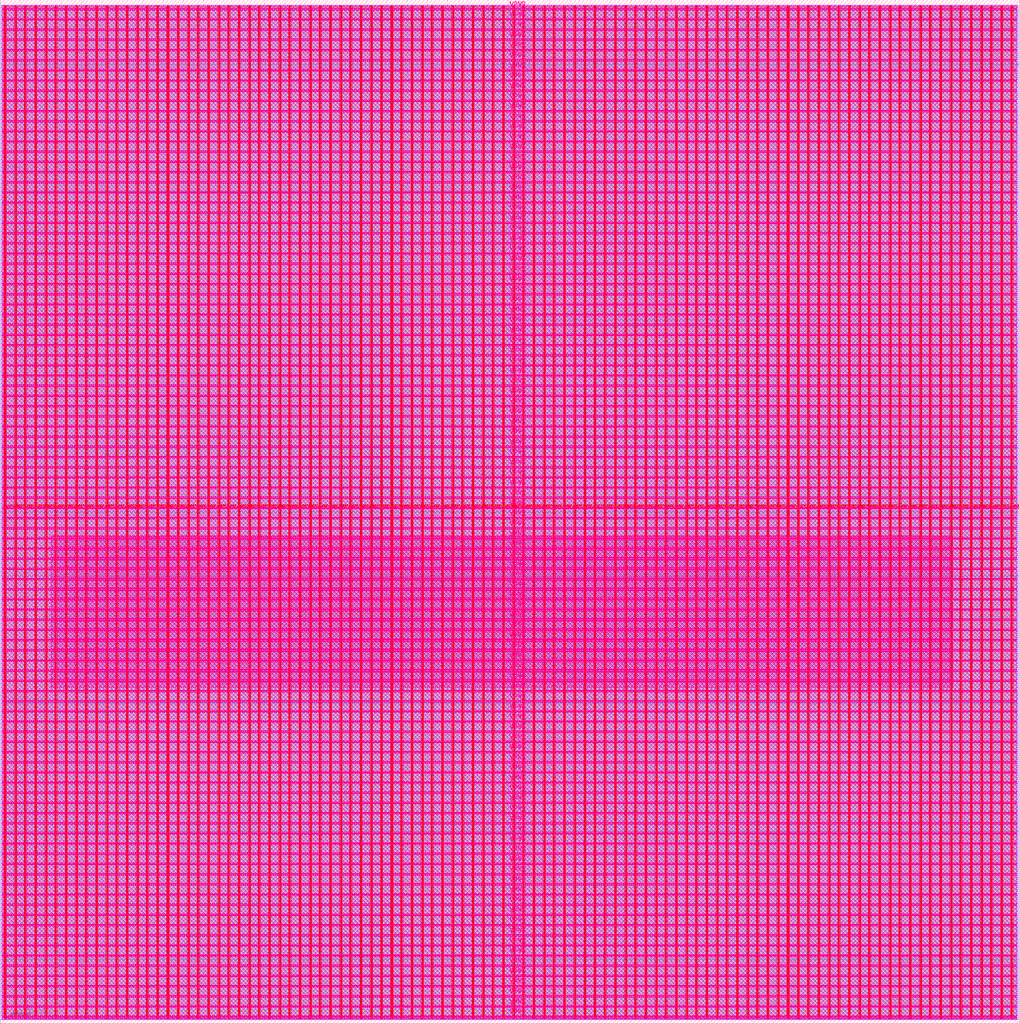
<source format=lef>
VERSION 5.7 ;
  NOWIREEXTENSIONATPIN ON ;
  DIVIDERCHAR "/" ;
  BUSBITCHARS "[]" ;
MACRO cpu
  CLASS BLOCK ;
  FOREIGN cpu ;
  ORIGIN 0.000 0.000 ;
  SIZE 2504.975 BY 2515.695 ;
  PIN VGND
    DIRECTION INOUT ;
    USE GROUND ;
    PORT
      LAYER met4 ;
        RECT 13.020 10.640 14.620 2502.640 ;
    END
    PORT
      LAYER met4 ;
        RECT 38.020 10.640 39.620 2502.640 ;
    END
    PORT
      LAYER met4 ;
        RECT 63.020 10.640 64.620 2502.640 ;
    END
    PORT
      LAYER met4 ;
        RECT 88.020 10.640 89.620 2502.640 ;
    END
    PORT
      LAYER met4 ;
        RECT 113.020 10.640 114.620 2502.640 ;
    END
    PORT
      LAYER met4 ;
        RECT 138.020 10.640 139.620 2502.640 ;
    END
    PORT
      LAYER met4 ;
        RECT 163.020 10.640 164.620 2502.640 ;
    END
    PORT
      LAYER met4 ;
        RECT 188.020 10.640 189.620 2502.640 ;
    END
    PORT
      LAYER met4 ;
        RECT 213.020 10.640 214.620 2502.640 ;
    END
    PORT
      LAYER met4 ;
        RECT 238.020 10.640 239.620 2502.640 ;
    END
    PORT
      LAYER met4 ;
        RECT 263.020 10.640 264.620 2502.640 ;
    END
    PORT
      LAYER met4 ;
        RECT 288.020 10.640 289.620 2502.640 ;
    END
    PORT
      LAYER met4 ;
        RECT 313.020 10.640 314.620 2502.640 ;
    END
    PORT
      LAYER met4 ;
        RECT 338.020 10.640 339.620 2502.640 ;
    END
    PORT
      LAYER met4 ;
        RECT 363.020 10.640 364.620 2502.640 ;
    END
    PORT
      LAYER met4 ;
        RECT 388.020 10.640 389.620 2502.640 ;
    END
    PORT
      LAYER met4 ;
        RECT 413.020 10.640 414.620 2502.640 ;
    END
    PORT
      LAYER met4 ;
        RECT 438.020 10.640 439.620 2502.640 ;
    END
    PORT
      LAYER met4 ;
        RECT 463.020 10.640 464.620 2502.640 ;
    END
    PORT
      LAYER met4 ;
        RECT 488.020 10.640 489.620 2502.640 ;
    END
    PORT
      LAYER met4 ;
        RECT 513.020 10.640 514.620 2502.640 ;
    END
    PORT
      LAYER met4 ;
        RECT 538.020 10.640 539.620 2502.640 ;
    END
    PORT
      LAYER met4 ;
        RECT 563.020 10.640 564.620 2502.640 ;
    END
    PORT
      LAYER met4 ;
        RECT 588.020 10.640 589.620 2502.640 ;
    END
    PORT
      LAYER met4 ;
        RECT 613.020 10.640 614.620 2502.640 ;
    END
    PORT
      LAYER met4 ;
        RECT 638.020 10.640 639.620 2502.640 ;
    END
    PORT
      LAYER met4 ;
        RECT 663.020 10.640 664.620 2502.640 ;
    END
    PORT
      LAYER met4 ;
        RECT 688.020 10.640 689.620 2502.640 ;
    END
    PORT
      LAYER met4 ;
        RECT 713.020 10.640 714.620 2502.640 ;
    END
    PORT
      LAYER met4 ;
        RECT 738.020 10.640 739.620 2502.640 ;
    END
    PORT
      LAYER met4 ;
        RECT 763.020 10.640 764.620 2502.640 ;
    END
    PORT
      LAYER met4 ;
        RECT 788.020 10.640 789.620 2502.640 ;
    END
    PORT
      LAYER met4 ;
        RECT 813.020 10.640 814.620 2502.640 ;
    END
    PORT
      LAYER met4 ;
        RECT 838.020 10.640 839.620 2502.640 ;
    END
    PORT
      LAYER met4 ;
        RECT 863.020 10.640 864.620 2502.640 ;
    END
    PORT
      LAYER met4 ;
        RECT 888.020 10.640 889.620 2502.640 ;
    END
    PORT
      LAYER met4 ;
        RECT 913.020 10.640 914.620 2502.640 ;
    END
    PORT
      LAYER met4 ;
        RECT 938.020 10.640 939.620 2502.640 ;
    END
    PORT
      LAYER met4 ;
        RECT 963.020 10.640 964.620 2502.640 ;
    END
    PORT
      LAYER met4 ;
        RECT 988.020 10.640 989.620 2502.640 ;
    END
    PORT
      LAYER met4 ;
        RECT 1013.020 10.640 1014.620 2502.640 ;
    END
    PORT
      LAYER met4 ;
        RECT 1038.020 10.640 1039.620 2502.640 ;
    END
    PORT
      LAYER met4 ;
        RECT 1063.020 10.640 1064.620 2502.640 ;
    END
    PORT
      LAYER met4 ;
        RECT 1088.020 10.640 1089.620 2502.640 ;
    END
    PORT
      LAYER met4 ;
        RECT 1113.020 10.640 1114.620 2502.640 ;
    END
    PORT
      LAYER met4 ;
        RECT 1138.020 10.640 1139.620 2502.640 ;
    END
    PORT
      LAYER met4 ;
        RECT 1163.020 10.640 1164.620 2502.640 ;
    END
    PORT
      LAYER met4 ;
        RECT 1188.020 10.640 1189.620 2502.640 ;
    END
    PORT
      LAYER met4 ;
        RECT 1213.020 10.640 1214.620 2502.640 ;
    END
    PORT
      LAYER met4 ;
        RECT 1238.020 10.640 1239.620 2502.640 ;
    END
    PORT
      LAYER met4 ;
        RECT 1263.020 10.640 1264.620 2502.640 ;
    END
    PORT
      LAYER met4 ;
        RECT 1288.020 10.640 1289.620 2502.640 ;
    END
    PORT
      LAYER met4 ;
        RECT 1313.020 10.640 1314.620 2502.640 ;
    END
    PORT
      LAYER met4 ;
        RECT 1338.020 10.640 1339.620 2502.640 ;
    END
    PORT
      LAYER met4 ;
        RECT 1363.020 10.640 1364.620 2502.640 ;
    END
    PORT
      LAYER met4 ;
        RECT 1388.020 10.640 1389.620 2502.640 ;
    END
    PORT
      LAYER met4 ;
        RECT 1413.020 10.640 1414.620 2502.640 ;
    END
    PORT
      LAYER met4 ;
        RECT 1438.020 10.640 1439.620 2502.640 ;
    END
    PORT
      LAYER met4 ;
        RECT 1463.020 10.640 1464.620 2502.640 ;
    END
    PORT
      LAYER met4 ;
        RECT 1488.020 10.640 1489.620 2502.640 ;
    END
    PORT
      LAYER met4 ;
        RECT 1513.020 10.640 1514.620 2502.640 ;
    END
    PORT
      LAYER met4 ;
        RECT 1538.020 10.640 1539.620 2502.640 ;
    END
    PORT
      LAYER met4 ;
        RECT 1563.020 10.640 1564.620 2502.640 ;
    END
    PORT
      LAYER met4 ;
        RECT 1588.020 10.640 1589.620 2502.640 ;
    END
    PORT
      LAYER met4 ;
        RECT 1613.020 10.640 1614.620 2502.640 ;
    END
    PORT
      LAYER met4 ;
        RECT 1638.020 10.640 1639.620 2502.640 ;
    END
    PORT
      LAYER met4 ;
        RECT 1663.020 10.640 1664.620 2502.640 ;
    END
    PORT
      LAYER met4 ;
        RECT 1688.020 10.640 1689.620 2502.640 ;
    END
    PORT
      LAYER met4 ;
        RECT 1713.020 10.640 1714.620 2502.640 ;
    END
    PORT
      LAYER met4 ;
        RECT 1738.020 10.640 1739.620 2502.640 ;
    END
    PORT
      LAYER met4 ;
        RECT 1763.020 10.640 1764.620 2502.640 ;
    END
    PORT
      LAYER met4 ;
        RECT 1788.020 10.640 1789.620 2502.640 ;
    END
    PORT
      LAYER met4 ;
        RECT 1813.020 10.640 1814.620 2502.640 ;
    END
    PORT
      LAYER met4 ;
        RECT 1838.020 10.640 1839.620 2502.640 ;
    END
    PORT
      LAYER met4 ;
        RECT 1863.020 10.640 1864.620 2502.640 ;
    END
    PORT
      LAYER met4 ;
        RECT 1888.020 10.640 1889.620 2502.640 ;
    END
    PORT
      LAYER met4 ;
        RECT 1913.020 10.640 1914.620 2502.640 ;
    END
    PORT
      LAYER met4 ;
        RECT 1938.020 10.640 1939.620 2502.640 ;
    END
    PORT
      LAYER met4 ;
        RECT 1963.020 10.640 1964.620 2502.640 ;
    END
    PORT
      LAYER met4 ;
        RECT 1988.020 10.640 1989.620 2502.640 ;
    END
    PORT
      LAYER met4 ;
        RECT 2013.020 10.640 2014.620 2502.640 ;
    END
    PORT
      LAYER met4 ;
        RECT 2038.020 10.640 2039.620 2502.640 ;
    END
    PORT
      LAYER met4 ;
        RECT 2063.020 10.640 2064.620 2502.640 ;
    END
    PORT
      LAYER met4 ;
        RECT 2088.020 10.640 2089.620 2502.640 ;
    END
    PORT
      LAYER met4 ;
        RECT 2113.020 10.640 2114.620 2502.640 ;
    END
    PORT
      LAYER met4 ;
        RECT 2138.020 10.640 2139.620 2502.640 ;
    END
    PORT
      LAYER met4 ;
        RECT 2163.020 10.640 2164.620 2502.640 ;
    END
    PORT
      LAYER met4 ;
        RECT 2188.020 10.640 2189.620 2502.640 ;
    END
    PORT
      LAYER met4 ;
        RECT 2213.020 10.640 2214.620 2502.640 ;
    END
    PORT
      LAYER met4 ;
        RECT 2238.020 10.640 2239.620 2502.640 ;
    END
    PORT
      LAYER met4 ;
        RECT 2263.020 10.640 2264.620 2502.640 ;
    END
    PORT
      LAYER met4 ;
        RECT 2288.020 10.640 2289.620 2502.640 ;
    END
    PORT
      LAYER met4 ;
        RECT 2313.020 10.640 2314.620 2502.640 ;
    END
    PORT
      LAYER met4 ;
        RECT 2338.020 10.640 2339.620 2502.640 ;
    END
    PORT
      LAYER met4 ;
        RECT 2363.020 10.640 2364.620 2502.640 ;
    END
    PORT
      LAYER met4 ;
        RECT 2388.020 10.640 2389.620 2502.640 ;
    END
    PORT
      LAYER met4 ;
        RECT 2413.020 10.640 2414.620 2502.640 ;
    END
    PORT
      LAYER met4 ;
        RECT 2438.020 10.640 2439.620 2502.640 ;
    END
    PORT
      LAYER met4 ;
        RECT 2463.020 10.640 2464.620 2502.640 ;
    END
    PORT
      LAYER met4 ;
        RECT 2488.020 10.640 2489.620 2502.640 ;
    END
    PORT
      LAYER met5 ;
        RECT 5.280 18.380 2499.420 19.980 ;
    END
    PORT
      LAYER met5 ;
        RECT 5.280 43.380 2499.420 44.980 ;
    END
    PORT
      LAYER met5 ;
        RECT 5.280 68.380 2499.420 69.980 ;
    END
    PORT
      LAYER met5 ;
        RECT 5.280 93.380 2499.420 94.980 ;
    END
    PORT
      LAYER met5 ;
        RECT 5.280 118.380 2499.420 119.980 ;
    END
    PORT
      LAYER met5 ;
        RECT 5.280 143.380 2499.420 144.980 ;
    END
    PORT
      LAYER met5 ;
        RECT 5.280 168.380 2499.420 169.980 ;
    END
    PORT
      LAYER met5 ;
        RECT 5.280 193.380 2499.420 194.980 ;
    END
    PORT
      LAYER met5 ;
        RECT 5.280 218.380 2499.420 219.980 ;
    END
    PORT
      LAYER met5 ;
        RECT 5.280 243.380 2499.420 244.980 ;
    END
    PORT
      LAYER met5 ;
        RECT 5.280 268.380 2499.420 269.980 ;
    END
    PORT
      LAYER met5 ;
        RECT 5.280 293.380 2499.420 294.980 ;
    END
    PORT
      LAYER met5 ;
        RECT 5.280 318.380 2499.420 319.980 ;
    END
    PORT
      LAYER met5 ;
        RECT 5.280 343.380 2499.420 344.980 ;
    END
    PORT
      LAYER met5 ;
        RECT 5.280 368.380 2499.420 369.980 ;
    END
    PORT
      LAYER met5 ;
        RECT 5.280 393.380 2499.420 394.980 ;
    END
    PORT
      LAYER met5 ;
        RECT 5.280 418.380 2499.420 419.980 ;
    END
    PORT
      LAYER met5 ;
        RECT 5.280 443.380 2499.420 444.980 ;
    END
    PORT
      LAYER met5 ;
        RECT 5.280 468.380 2499.420 469.980 ;
    END
    PORT
      LAYER met5 ;
        RECT 5.280 493.380 2499.420 494.980 ;
    END
    PORT
      LAYER met5 ;
        RECT 5.280 518.380 2499.420 519.980 ;
    END
    PORT
      LAYER met5 ;
        RECT 5.280 543.380 2499.420 544.980 ;
    END
    PORT
      LAYER met5 ;
        RECT 5.280 568.380 2499.420 569.980 ;
    END
    PORT
      LAYER met5 ;
        RECT 5.280 593.380 2499.420 594.980 ;
    END
    PORT
      LAYER met5 ;
        RECT 5.280 618.380 2499.420 619.980 ;
    END
    PORT
      LAYER met5 ;
        RECT 5.280 643.380 2499.420 644.980 ;
    END
    PORT
      LAYER met5 ;
        RECT 5.280 668.380 2499.420 669.980 ;
    END
    PORT
      LAYER met5 ;
        RECT 5.280 693.380 2499.420 694.980 ;
    END
    PORT
      LAYER met5 ;
        RECT 5.280 718.380 2499.420 719.980 ;
    END
    PORT
      LAYER met5 ;
        RECT 5.280 743.380 2499.420 744.980 ;
    END
    PORT
      LAYER met5 ;
        RECT 5.280 768.380 2499.420 769.980 ;
    END
    PORT
      LAYER met5 ;
        RECT 5.280 793.380 2499.420 794.980 ;
    END
    PORT
      LAYER met5 ;
        RECT 5.280 818.380 2499.420 819.980 ;
    END
    PORT
      LAYER met5 ;
        RECT 5.280 843.380 2499.420 844.980 ;
    END
    PORT
      LAYER met5 ;
        RECT 5.280 868.380 2499.420 869.980 ;
    END
    PORT
      LAYER met5 ;
        RECT 5.280 893.380 2499.420 894.980 ;
    END
    PORT
      LAYER met5 ;
        RECT 5.280 918.380 2499.420 919.980 ;
    END
    PORT
      LAYER met5 ;
        RECT 5.280 943.380 2499.420 944.980 ;
    END
    PORT
      LAYER met5 ;
        RECT 5.280 968.380 2499.420 969.980 ;
    END
    PORT
      LAYER met5 ;
        RECT 5.280 993.380 2499.420 994.980 ;
    END
    PORT
      LAYER met5 ;
        RECT 5.280 1018.380 2499.420 1019.980 ;
    END
    PORT
      LAYER met5 ;
        RECT 5.280 1043.380 2499.420 1044.980 ;
    END
    PORT
      LAYER met5 ;
        RECT 5.280 1068.380 2499.420 1069.980 ;
    END
    PORT
      LAYER met5 ;
        RECT 5.280 1093.380 2499.420 1094.980 ;
    END
    PORT
      LAYER met5 ;
        RECT 5.280 1118.380 2499.420 1119.980 ;
    END
    PORT
      LAYER met5 ;
        RECT 5.280 1143.380 2499.420 1144.980 ;
    END
    PORT
      LAYER met5 ;
        RECT 5.280 1168.380 2499.420 1169.980 ;
    END
    PORT
      LAYER met5 ;
        RECT 5.280 1193.380 2499.420 1194.980 ;
    END
    PORT
      LAYER met5 ;
        RECT 5.280 1218.380 2499.420 1219.980 ;
    END
    PORT
      LAYER met5 ;
        RECT 5.280 1243.380 2499.420 1244.980 ;
    END
    PORT
      LAYER met5 ;
        RECT 5.280 1268.380 2499.420 1269.980 ;
    END
    PORT
      LAYER met5 ;
        RECT 5.280 1293.380 2499.420 1294.980 ;
    END
    PORT
      LAYER met5 ;
        RECT 5.280 1318.380 2499.420 1319.980 ;
    END
    PORT
      LAYER met5 ;
        RECT 5.280 1343.380 2499.420 1344.980 ;
    END
    PORT
      LAYER met5 ;
        RECT 5.280 1368.380 2499.420 1369.980 ;
    END
    PORT
      LAYER met5 ;
        RECT 5.280 1393.380 2499.420 1394.980 ;
    END
    PORT
      LAYER met5 ;
        RECT 5.280 1418.380 2499.420 1419.980 ;
    END
    PORT
      LAYER met5 ;
        RECT 5.280 1443.380 2499.420 1444.980 ;
    END
    PORT
      LAYER met5 ;
        RECT 5.280 1468.380 2499.420 1469.980 ;
    END
    PORT
      LAYER met5 ;
        RECT 5.280 1493.380 2499.420 1494.980 ;
    END
    PORT
      LAYER met5 ;
        RECT 5.280 1518.380 2499.420 1519.980 ;
    END
    PORT
      LAYER met5 ;
        RECT 5.280 1543.380 2499.420 1544.980 ;
    END
    PORT
      LAYER met5 ;
        RECT 5.280 1568.380 2499.420 1569.980 ;
    END
    PORT
      LAYER met5 ;
        RECT 5.280 1593.380 2499.420 1594.980 ;
    END
    PORT
      LAYER met5 ;
        RECT 5.280 1618.380 2499.420 1619.980 ;
    END
    PORT
      LAYER met5 ;
        RECT 5.280 1643.380 2499.420 1644.980 ;
    END
    PORT
      LAYER met5 ;
        RECT 5.280 1668.380 2499.420 1669.980 ;
    END
    PORT
      LAYER met5 ;
        RECT 5.280 1693.380 2499.420 1694.980 ;
    END
    PORT
      LAYER met5 ;
        RECT 5.280 1718.380 2499.420 1719.980 ;
    END
    PORT
      LAYER met5 ;
        RECT 5.280 1743.380 2499.420 1744.980 ;
    END
    PORT
      LAYER met5 ;
        RECT 5.280 1768.380 2499.420 1769.980 ;
    END
    PORT
      LAYER met5 ;
        RECT 5.280 1793.380 2499.420 1794.980 ;
    END
    PORT
      LAYER met5 ;
        RECT 5.280 1818.380 2499.420 1819.980 ;
    END
    PORT
      LAYER met5 ;
        RECT 5.280 1843.380 2499.420 1844.980 ;
    END
    PORT
      LAYER met5 ;
        RECT 5.280 1868.380 2499.420 1869.980 ;
    END
    PORT
      LAYER met5 ;
        RECT 5.280 1893.380 2499.420 1894.980 ;
    END
    PORT
      LAYER met5 ;
        RECT 5.280 1918.380 2499.420 1919.980 ;
    END
    PORT
      LAYER met5 ;
        RECT 5.280 1943.380 2499.420 1944.980 ;
    END
    PORT
      LAYER met5 ;
        RECT 5.280 1968.380 2499.420 1969.980 ;
    END
    PORT
      LAYER met5 ;
        RECT 5.280 1993.380 2499.420 1994.980 ;
    END
    PORT
      LAYER met5 ;
        RECT 5.280 2018.380 2499.420 2019.980 ;
    END
    PORT
      LAYER met5 ;
        RECT 5.280 2043.380 2499.420 2044.980 ;
    END
    PORT
      LAYER met5 ;
        RECT 5.280 2068.380 2499.420 2069.980 ;
    END
    PORT
      LAYER met5 ;
        RECT 5.280 2093.380 2499.420 2094.980 ;
    END
    PORT
      LAYER met5 ;
        RECT 5.280 2118.380 2499.420 2119.980 ;
    END
    PORT
      LAYER met5 ;
        RECT 5.280 2143.380 2499.420 2144.980 ;
    END
    PORT
      LAYER met5 ;
        RECT 5.280 2168.380 2499.420 2169.980 ;
    END
    PORT
      LAYER met5 ;
        RECT 5.280 2193.380 2499.420 2194.980 ;
    END
    PORT
      LAYER met5 ;
        RECT 5.280 2218.380 2499.420 2219.980 ;
    END
    PORT
      LAYER met5 ;
        RECT 5.280 2243.380 2499.420 2244.980 ;
    END
    PORT
      LAYER met5 ;
        RECT 5.280 2268.380 2499.420 2269.980 ;
    END
    PORT
      LAYER met5 ;
        RECT 5.280 2293.380 2499.420 2294.980 ;
    END
    PORT
      LAYER met5 ;
        RECT 5.280 2318.380 2499.420 2319.980 ;
    END
    PORT
      LAYER met5 ;
        RECT 5.280 2343.380 2499.420 2344.980 ;
    END
    PORT
      LAYER met5 ;
        RECT 5.280 2368.380 2499.420 2369.980 ;
    END
    PORT
      LAYER met5 ;
        RECT 5.280 2393.380 2499.420 2394.980 ;
    END
    PORT
      LAYER met5 ;
        RECT 5.280 2418.380 2499.420 2419.980 ;
    END
    PORT
      LAYER met5 ;
        RECT 5.280 2443.380 2499.420 2444.980 ;
    END
    PORT
      LAYER met5 ;
        RECT 5.280 2468.380 2499.420 2469.980 ;
    END
    PORT
      LAYER met5 ;
        RECT 5.280 2493.380 2499.420 2494.980 ;
    END
  END VGND
  PIN VPWR
    DIRECTION INOUT ;
    USE POWER ;
    PORT
      LAYER met4 ;
        RECT 9.720 10.640 11.320 2502.640 ;
    END
    PORT
      LAYER met4 ;
        RECT 34.720 10.640 36.320 2502.640 ;
    END
    PORT
      LAYER met4 ;
        RECT 59.720 10.640 61.320 2502.640 ;
    END
    PORT
      LAYER met4 ;
        RECT 84.720 10.640 86.320 2502.640 ;
    END
    PORT
      LAYER met4 ;
        RECT 109.720 10.640 111.320 2502.640 ;
    END
    PORT
      LAYER met4 ;
        RECT 134.720 10.640 136.320 2502.640 ;
    END
    PORT
      LAYER met4 ;
        RECT 159.720 10.640 161.320 2502.640 ;
    END
    PORT
      LAYER met4 ;
        RECT 184.720 10.640 186.320 2502.640 ;
    END
    PORT
      LAYER met4 ;
        RECT 209.720 10.640 211.320 2502.640 ;
    END
    PORT
      LAYER met4 ;
        RECT 234.720 10.640 236.320 2502.640 ;
    END
    PORT
      LAYER met4 ;
        RECT 259.720 10.640 261.320 2502.640 ;
    END
    PORT
      LAYER met4 ;
        RECT 284.720 10.640 286.320 2502.640 ;
    END
    PORT
      LAYER met4 ;
        RECT 309.720 10.640 311.320 2502.640 ;
    END
    PORT
      LAYER met4 ;
        RECT 334.720 10.640 336.320 2502.640 ;
    END
    PORT
      LAYER met4 ;
        RECT 359.720 10.640 361.320 2502.640 ;
    END
    PORT
      LAYER met4 ;
        RECT 384.720 10.640 386.320 2502.640 ;
    END
    PORT
      LAYER met4 ;
        RECT 409.720 10.640 411.320 2502.640 ;
    END
    PORT
      LAYER met4 ;
        RECT 434.720 10.640 436.320 2502.640 ;
    END
    PORT
      LAYER met4 ;
        RECT 459.720 10.640 461.320 2502.640 ;
    END
    PORT
      LAYER met4 ;
        RECT 484.720 10.640 486.320 2502.640 ;
    END
    PORT
      LAYER met4 ;
        RECT 509.720 10.640 511.320 2502.640 ;
    END
    PORT
      LAYER met4 ;
        RECT 534.720 10.640 536.320 2502.640 ;
    END
    PORT
      LAYER met4 ;
        RECT 559.720 10.640 561.320 2502.640 ;
    END
    PORT
      LAYER met4 ;
        RECT 584.720 10.640 586.320 2502.640 ;
    END
    PORT
      LAYER met4 ;
        RECT 609.720 10.640 611.320 2502.640 ;
    END
    PORT
      LAYER met4 ;
        RECT 634.720 10.640 636.320 2502.640 ;
    END
    PORT
      LAYER met4 ;
        RECT 659.720 10.640 661.320 2502.640 ;
    END
    PORT
      LAYER met4 ;
        RECT 684.720 10.640 686.320 2502.640 ;
    END
    PORT
      LAYER met4 ;
        RECT 709.720 10.640 711.320 2502.640 ;
    END
    PORT
      LAYER met4 ;
        RECT 734.720 10.640 736.320 2502.640 ;
    END
    PORT
      LAYER met4 ;
        RECT 759.720 10.640 761.320 2502.640 ;
    END
    PORT
      LAYER met4 ;
        RECT 784.720 10.640 786.320 2502.640 ;
    END
    PORT
      LAYER met4 ;
        RECT 809.720 10.640 811.320 2502.640 ;
    END
    PORT
      LAYER met4 ;
        RECT 834.720 10.640 836.320 2502.640 ;
    END
    PORT
      LAYER met4 ;
        RECT 859.720 10.640 861.320 2502.640 ;
    END
    PORT
      LAYER met4 ;
        RECT 884.720 10.640 886.320 2502.640 ;
    END
    PORT
      LAYER met4 ;
        RECT 909.720 10.640 911.320 2502.640 ;
    END
    PORT
      LAYER met4 ;
        RECT 934.720 10.640 936.320 2502.640 ;
    END
    PORT
      LAYER met4 ;
        RECT 959.720 10.640 961.320 2502.640 ;
    END
    PORT
      LAYER met4 ;
        RECT 984.720 10.640 986.320 2502.640 ;
    END
    PORT
      LAYER met4 ;
        RECT 1009.720 10.640 1011.320 2502.640 ;
    END
    PORT
      LAYER met4 ;
        RECT 1034.720 10.640 1036.320 2502.640 ;
    END
    PORT
      LAYER met4 ;
        RECT 1059.720 10.640 1061.320 2502.640 ;
    END
    PORT
      LAYER met4 ;
        RECT 1084.720 10.640 1086.320 2502.640 ;
    END
    PORT
      LAYER met4 ;
        RECT 1109.720 10.640 1111.320 2502.640 ;
    END
    PORT
      LAYER met4 ;
        RECT 1134.720 10.640 1136.320 2502.640 ;
    END
    PORT
      LAYER met4 ;
        RECT 1159.720 10.640 1161.320 2502.640 ;
    END
    PORT
      LAYER met4 ;
        RECT 1184.720 10.640 1186.320 2502.640 ;
    END
    PORT
      LAYER met4 ;
        RECT 1209.720 10.640 1211.320 2502.640 ;
    END
    PORT
      LAYER met4 ;
        RECT 1234.720 10.640 1236.320 2502.640 ;
    END
    PORT
      LAYER met4 ;
        RECT 1259.720 10.640 1261.320 2502.640 ;
    END
    PORT
      LAYER met4 ;
        RECT 1284.720 10.640 1286.320 2502.640 ;
    END
    PORT
      LAYER met4 ;
        RECT 1309.720 10.640 1311.320 2502.640 ;
    END
    PORT
      LAYER met4 ;
        RECT 1334.720 10.640 1336.320 2502.640 ;
    END
    PORT
      LAYER met4 ;
        RECT 1359.720 10.640 1361.320 2502.640 ;
    END
    PORT
      LAYER met4 ;
        RECT 1384.720 10.640 1386.320 2502.640 ;
    END
    PORT
      LAYER met4 ;
        RECT 1409.720 10.640 1411.320 2502.640 ;
    END
    PORT
      LAYER met4 ;
        RECT 1434.720 10.640 1436.320 2502.640 ;
    END
    PORT
      LAYER met4 ;
        RECT 1459.720 10.640 1461.320 2502.640 ;
    END
    PORT
      LAYER met4 ;
        RECT 1484.720 10.640 1486.320 2502.640 ;
    END
    PORT
      LAYER met4 ;
        RECT 1509.720 10.640 1511.320 2502.640 ;
    END
    PORT
      LAYER met4 ;
        RECT 1534.720 10.640 1536.320 2502.640 ;
    END
    PORT
      LAYER met4 ;
        RECT 1559.720 10.640 1561.320 2502.640 ;
    END
    PORT
      LAYER met4 ;
        RECT 1584.720 10.640 1586.320 2502.640 ;
    END
    PORT
      LAYER met4 ;
        RECT 1609.720 10.640 1611.320 2502.640 ;
    END
    PORT
      LAYER met4 ;
        RECT 1634.720 10.640 1636.320 2502.640 ;
    END
    PORT
      LAYER met4 ;
        RECT 1659.720 10.640 1661.320 2502.640 ;
    END
    PORT
      LAYER met4 ;
        RECT 1684.720 10.640 1686.320 2502.640 ;
    END
    PORT
      LAYER met4 ;
        RECT 1709.720 10.640 1711.320 2502.640 ;
    END
    PORT
      LAYER met4 ;
        RECT 1734.720 10.640 1736.320 2502.640 ;
    END
    PORT
      LAYER met4 ;
        RECT 1759.720 10.640 1761.320 2502.640 ;
    END
    PORT
      LAYER met4 ;
        RECT 1784.720 10.640 1786.320 2502.640 ;
    END
    PORT
      LAYER met4 ;
        RECT 1809.720 10.640 1811.320 2502.640 ;
    END
    PORT
      LAYER met4 ;
        RECT 1834.720 10.640 1836.320 2502.640 ;
    END
    PORT
      LAYER met4 ;
        RECT 1859.720 10.640 1861.320 2502.640 ;
    END
    PORT
      LAYER met4 ;
        RECT 1884.720 10.640 1886.320 2502.640 ;
    END
    PORT
      LAYER met4 ;
        RECT 1909.720 10.640 1911.320 2502.640 ;
    END
    PORT
      LAYER met4 ;
        RECT 1934.720 10.640 1936.320 2502.640 ;
    END
    PORT
      LAYER met4 ;
        RECT 1959.720 10.640 1961.320 2502.640 ;
    END
    PORT
      LAYER met4 ;
        RECT 1984.720 10.640 1986.320 2502.640 ;
    END
    PORT
      LAYER met4 ;
        RECT 2009.720 10.640 2011.320 2502.640 ;
    END
    PORT
      LAYER met4 ;
        RECT 2034.720 10.640 2036.320 2502.640 ;
    END
    PORT
      LAYER met4 ;
        RECT 2059.720 10.640 2061.320 2502.640 ;
    END
    PORT
      LAYER met4 ;
        RECT 2084.720 10.640 2086.320 2502.640 ;
    END
    PORT
      LAYER met4 ;
        RECT 2109.720 10.640 2111.320 2502.640 ;
    END
    PORT
      LAYER met4 ;
        RECT 2134.720 10.640 2136.320 2502.640 ;
    END
    PORT
      LAYER met4 ;
        RECT 2159.720 10.640 2161.320 2502.640 ;
    END
    PORT
      LAYER met4 ;
        RECT 2184.720 10.640 2186.320 2502.640 ;
    END
    PORT
      LAYER met4 ;
        RECT 2209.720 10.640 2211.320 2502.640 ;
    END
    PORT
      LAYER met4 ;
        RECT 2234.720 10.640 2236.320 2502.640 ;
    END
    PORT
      LAYER met4 ;
        RECT 2259.720 10.640 2261.320 2502.640 ;
    END
    PORT
      LAYER met4 ;
        RECT 2284.720 10.640 2286.320 2502.640 ;
    END
    PORT
      LAYER met4 ;
        RECT 2309.720 10.640 2311.320 2502.640 ;
    END
    PORT
      LAYER met4 ;
        RECT 2334.720 10.640 2336.320 2502.640 ;
    END
    PORT
      LAYER met4 ;
        RECT 2359.720 10.640 2361.320 2502.640 ;
    END
    PORT
      LAYER met4 ;
        RECT 2384.720 10.640 2386.320 2502.640 ;
    END
    PORT
      LAYER met4 ;
        RECT 2409.720 10.640 2411.320 2502.640 ;
    END
    PORT
      LAYER met4 ;
        RECT 2434.720 10.640 2436.320 2502.640 ;
    END
    PORT
      LAYER met4 ;
        RECT 2459.720 10.640 2461.320 2502.640 ;
    END
    PORT
      LAYER met4 ;
        RECT 2484.720 10.640 2486.320 2502.640 ;
    END
    PORT
      LAYER met5 ;
        RECT 5.280 15.080 2499.420 16.680 ;
    END
    PORT
      LAYER met5 ;
        RECT 5.280 40.080 2499.420 41.680 ;
    END
    PORT
      LAYER met5 ;
        RECT 5.280 65.080 2499.420 66.680 ;
    END
    PORT
      LAYER met5 ;
        RECT 5.280 90.080 2499.420 91.680 ;
    END
    PORT
      LAYER met5 ;
        RECT 5.280 115.080 2499.420 116.680 ;
    END
    PORT
      LAYER met5 ;
        RECT 5.280 140.080 2499.420 141.680 ;
    END
    PORT
      LAYER met5 ;
        RECT 5.280 165.080 2499.420 166.680 ;
    END
    PORT
      LAYER met5 ;
        RECT 5.280 190.080 2499.420 191.680 ;
    END
    PORT
      LAYER met5 ;
        RECT 5.280 215.080 2499.420 216.680 ;
    END
    PORT
      LAYER met5 ;
        RECT 5.280 240.080 2499.420 241.680 ;
    END
    PORT
      LAYER met5 ;
        RECT 5.280 265.080 2499.420 266.680 ;
    END
    PORT
      LAYER met5 ;
        RECT 5.280 290.080 2499.420 291.680 ;
    END
    PORT
      LAYER met5 ;
        RECT 5.280 315.080 2499.420 316.680 ;
    END
    PORT
      LAYER met5 ;
        RECT 5.280 340.080 2499.420 341.680 ;
    END
    PORT
      LAYER met5 ;
        RECT 5.280 365.080 2499.420 366.680 ;
    END
    PORT
      LAYER met5 ;
        RECT 5.280 390.080 2499.420 391.680 ;
    END
    PORT
      LAYER met5 ;
        RECT 5.280 415.080 2499.420 416.680 ;
    END
    PORT
      LAYER met5 ;
        RECT 5.280 440.080 2499.420 441.680 ;
    END
    PORT
      LAYER met5 ;
        RECT 5.280 465.080 2499.420 466.680 ;
    END
    PORT
      LAYER met5 ;
        RECT 5.280 490.080 2499.420 491.680 ;
    END
    PORT
      LAYER met5 ;
        RECT 5.280 515.080 2499.420 516.680 ;
    END
    PORT
      LAYER met5 ;
        RECT 5.280 540.080 2499.420 541.680 ;
    END
    PORT
      LAYER met5 ;
        RECT 5.280 565.080 2499.420 566.680 ;
    END
    PORT
      LAYER met5 ;
        RECT 5.280 590.080 2499.420 591.680 ;
    END
    PORT
      LAYER met5 ;
        RECT 5.280 615.080 2499.420 616.680 ;
    END
    PORT
      LAYER met5 ;
        RECT 5.280 640.080 2499.420 641.680 ;
    END
    PORT
      LAYER met5 ;
        RECT 5.280 665.080 2499.420 666.680 ;
    END
    PORT
      LAYER met5 ;
        RECT 5.280 690.080 2499.420 691.680 ;
    END
    PORT
      LAYER met5 ;
        RECT 5.280 715.080 2499.420 716.680 ;
    END
    PORT
      LAYER met5 ;
        RECT 5.280 740.080 2499.420 741.680 ;
    END
    PORT
      LAYER met5 ;
        RECT 5.280 765.080 2499.420 766.680 ;
    END
    PORT
      LAYER met5 ;
        RECT 5.280 790.080 2499.420 791.680 ;
    END
    PORT
      LAYER met5 ;
        RECT 5.280 815.080 2499.420 816.680 ;
    END
    PORT
      LAYER met5 ;
        RECT 5.280 840.080 2499.420 841.680 ;
    END
    PORT
      LAYER met5 ;
        RECT 5.280 865.080 2499.420 866.680 ;
    END
    PORT
      LAYER met5 ;
        RECT 5.280 890.080 2499.420 891.680 ;
    END
    PORT
      LAYER met5 ;
        RECT 5.280 915.080 2499.420 916.680 ;
    END
    PORT
      LAYER met5 ;
        RECT 5.280 940.080 2499.420 941.680 ;
    END
    PORT
      LAYER met5 ;
        RECT 5.280 965.080 2499.420 966.680 ;
    END
    PORT
      LAYER met5 ;
        RECT 5.280 990.080 2499.420 991.680 ;
    END
    PORT
      LAYER met5 ;
        RECT 5.280 1015.080 2499.420 1016.680 ;
    END
    PORT
      LAYER met5 ;
        RECT 5.280 1040.080 2499.420 1041.680 ;
    END
    PORT
      LAYER met5 ;
        RECT 5.280 1065.080 2499.420 1066.680 ;
    END
    PORT
      LAYER met5 ;
        RECT 5.280 1090.080 2499.420 1091.680 ;
    END
    PORT
      LAYER met5 ;
        RECT 5.280 1115.080 2499.420 1116.680 ;
    END
    PORT
      LAYER met5 ;
        RECT 5.280 1140.080 2499.420 1141.680 ;
    END
    PORT
      LAYER met5 ;
        RECT 5.280 1165.080 2499.420 1166.680 ;
    END
    PORT
      LAYER met5 ;
        RECT 5.280 1190.080 2499.420 1191.680 ;
    END
    PORT
      LAYER met5 ;
        RECT 5.280 1215.080 2499.420 1216.680 ;
    END
    PORT
      LAYER met5 ;
        RECT 5.280 1240.080 2499.420 1241.680 ;
    END
    PORT
      LAYER met5 ;
        RECT 5.280 1265.080 2499.420 1266.680 ;
    END
    PORT
      LAYER met5 ;
        RECT 5.280 1290.080 2499.420 1291.680 ;
    END
    PORT
      LAYER met5 ;
        RECT 5.280 1315.080 2499.420 1316.680 ;
    END
    PORT
      LAYER met5 ;
        RECT 5.280 1340.080 2499.420 1341.680 ;
    END
    PORT
      LAYER met5 ;
        RECT 5.280 1365.080 2499.420 1366.680 ;
    END
    PORT
      LAYER met5 ;
        RECT 5.280 1390.080 2499.420 1391.680 ;
    END
    PORT
      LAYER met5 ;
        RECT 5.280 1415.080 2499.420 1416.680 ;
    END
    PORT
      LAYER met5 ;
        RECT 5.280 1440.080 2499.420 1441.680 ;
    END
    PORT
      LAYER met5 ;
        RECT 5.280 1465.080 2499.420 1466.680 ;
    END
    PORT
      LAYER met5 ;
        RECT 5.280 1490.080 2499.420 1491.680 ;
    END
    PORT
      LAYER met5 ;
        RECT 5.280 1515.080 2499.420 1516.680 ;
    END
    PORT
      LAYER met5 ;
        RECT 5.280 1540.080 2499.420 1541.680 ;
    END
    PORT
      LAYER met5 ;
        RECT 5.280 1565.080 2499.420 1566.680 ;
    END
    PORT
      LAYER met5 ;
        RECT 5.280 1590.080 2499.420 1591.680 ;
    END
    PORT
      LAYER met5 ;
        RECT 5.280 1615.080 2499.420 1616.680 ;
    END
    PORT
      LAYER met5 ;
        RECT 5.280 1640.080 2499.420 1641.680 ;
    END
    PORT
      LAYER met5 ;
        RECT 5.280 1665.080 2499.420 1666.680 ;
    END
    PORT
      LAYER met5 ;
        RECT 5.280 1690.080 2499.420 1691.680 ;
    END
    PORT
      LAYER met5 ;
        RECT 5.280 1715.080 2499.420 1716.680 ;
    END
    PORT
      LAYER met5 ;
        RECT 5.280 1740.080 2499.420 1741.680 ;
    END
    PORT
      LAYER met5 ;
        RECT 5.280 1765.080 2499.420 1766.680 ;
    END
    PORT
      LAYER met5 ;
        RECT 5.280 1790.080 2499.420 1791.680 ;
    END
    PORT
      LAYER met5 ;
        RECT 5.280 1815.080 2499.420 1816.680 ;
    END
    PORT
      LAYER met5 ;
        RECT 5.280 1840.080 2499.420 1841.680 ;
    END
    PORT
      LAYER met5 ;
        RECT 5.280 1865.080 2499.420 1866.680 ;
    END
    PORT
      LAYER met5 ;
        RECT 5.280 1890.080 2499.420 1891.680 ;
    END
    PORT
      LAYER met5 ;
        RECT 5.280 1915.080 2499.420 1916.680 ;
    END
    PORT
      LAYER met5 ;
        RECT 5.280 1940.080 2499.420 1941.680 ;
    END
    PORT
      LAYER met5 ;
        RECT 5.280 1965.080 2499.420 1966.680 ;
    END
    PORT
      LAYER met5 ;
        RECT 5.280 1990.080 2499.420 1991.680 ;
    END
    PORT
      LAYER met5 ;
        RECT 5.280 2015.080 2499.420 2016.680 ;
    END
    PORT
      LAYER met5 ;
        RECT 5.280 2040.080 2499.420 2041.680 ;
    END
    PORT
      LAYER met5 ;
        RECT 5.280 2065.080 2499.420 2066.680 ;
    END
    PORT
      LAYER met5 ;
        RECT 5.280 2090.080 2499.420 2091.680 ;
    END
    PORT
      LAYER met5 ;
        RECT 5.280 2115.080 2499.420 2116.680 ;
    END
    PORT
      LAYER met5 ;
        RECT 5.280 2140.080 2499.420 2141.680 ;
    END
    PORT
      LAYER met5 ;
        RECT 5.280 2165.080 2499.420 2166.680 ;
    END
    PORT
      LAYER met5 ;
        RECT 5.280 2190.080 2499.420 2191.680 ;
    END
    PORT
      LAYER met5 ;
        RECT 5.280 2215.080 2499.420 2216.680 ;
    END
    PORT
      LAYER met5 ;
        RECT 5.280 2240.080 2499.420 2241.680 ;
    END
    PORT
      LAYER met5 ;
        RECT 5.280 2265.080 2499.420 2266.680 ;
    END
    PORT
      LAYER met5 ;
        RECT 5.280 2290.080 2499.420 2291.680 ;
    END
    PORT
      LAYER met5 ;
        RECT 5.280 2315.080 2499.420 2316.680 ;
    END
    PORT
      LAYER met5 ;
        RECT 5.280 2340.080 2499.420 2341.680 ;
    END
    PORT
      LAYER met5 ;
        RECT 5.280 2365.080 2499.420 2366.680 ;
    END
    PORT
      LAYER met5 ;
        RECT 5.280 2390.080 2499.420 2391.680 ;
    END
    PORT
      LAYER met5 ;
        RECT 5.280 2415.080 2499.420 2416.680 ;
    END
    PORT
      LAYER met5 ;
        RECT 5.280 2440.080 2499.420 2441.680 ;
    END
    PORT
      LAYER met5 ;
        RECT 5.280 2465.080 2499.420 2466.680 ;
    END
    PORT
      LAYER met5 ;
        RECT 5.280 2490.080 2499.420 2491.680 ;
    END
  END VPWR
  PIN an0
    DIRECTION OUTPUT ;
    USE SIGNAL ;
    PORT
      LAYER met3 ;
        RECT 2500.975 2356.920 2504.975 2357.520 ;
    END
  END an0
  PIN clk
    DIRECTION INPUT ;
    USE SIGNAL ;
    ANTENNAGATEAREA 0.852000 ;
    ANTENNADIFFAREA 0.869400 ;
    PORT
      LAYER met3 ;
        RECT 0.000 418.920 4.000 419.520 ;
    END
  END clk
  PIN control
    DIRECTION INPUT ;
    USE SIGNAL ;
    ANTENNAGATEAREA 0.990000 ;
    PORT
      LAYER met3 ;
        RECT 0.000 1256.680 4.000 1257.280 ;
    END
  END control
  PIN display[0]
    DIRECTION OUTPUT ;
    USE SIGNAL ;
    ANTENNADIFFAREA 0.340600 ;
    PORT
      LAYER met3 ;
        RECT 2500.975 157.800 2504.975 158.400 ;
    END
  END display[0]
  PIN display[1]
    DIRECTION OUTPUT ;
    USE SIGNAL ;
    ANTENNADIFFAREA 0.340600 ;
    PORT
      LAYER met3 ;
        RECT 2500.975 471.960 2504.975 472.560 ;
    END
  END display[1]
  PIN display[2]
    DIRECTION OUTPUT ;
    USE SIGNAL ;
    ANTENNADIFFAREA 0.340600 ;
    PORT
      LAYER met3 ;
        RECT 2500.975 786.120 2504.975 786.720 ;
    END
  END display[2]
  PIN display[3]
    DIRECTION OUTPUT ;
    USE SIGNAL ;
    ANTENNADIFFAREA 0.340600 ;
    PORT
      LAYER met3 ;
        RECT 2500.975 1100.280 2504.975 1100.880 ;
    END
  END display[3]
  PIN display[4]
    DIRECTION OUTPUT ;
    USE SIGNAL ;
    ANTENNADIFFAREA 0.340600 ;
    PORT
      LAYER met3 ;
        RECT 2500.975 1414.440 2504.975 1415.040 ;
    END
  END display[4]
  PIN display[5]
    DIRECTION OUTPUT ;
    USE SIGNAL ;
    ANTENNADIFFAREA 0.340600 ;
    PORT
      LAYER met3 ;
        RECT 2500.975 1728.600 2504.975 1729.200 ;
    END
  END display[5]
  PIN display[6]
    DIRECTION OUTPUT ;
    USE SIGNAL ;
    ANTENNADIFFAREA 0.340600 ;
    PORT
      LAYER met3 ;
        RECT 2500.975 2042.760 2504.975 2043.360 ;
    END
  END display[6]
  PIN reset
    DIRECTION INPUT ;
    USE SIGNAL ;
    ANTENNAGATEAREA 0.852000 ;
    PORT
      LAYER met3 ;
        RECT 0.000 2094.440 4.000 2095.040 ;
    END
  END reset
  OBS
      LAYER nwell ;
        RECT 5.330 10.795 2499.370 2502.485 ;
      LAYER li1 ;
        RECT 5.520 10.795 2499.180 2502.485 ;
      LAYER met1 ;
        RECT 2.370 10.240 2502.330 2503.040 ;
      LAYER met2 ;
        RECT 2.400 10.210 2502.310 2503.070 ;
      LAYER met3 ;
        RECT 2.825 2357.920 2502.335 2502.565 ;
        RECT 2.825 2356.520 2500.575 2357.920 ;
        RECT 2.825 2095.440 2502.335 2356.520 ;
        RECT 4.400 2094.040 2502.335 2095.440 ;
        RECT 2.825 2043.760 2502.335 2094.040 ;
        RECT 2.825 2042.360 2500.575 2043.760 ;
        RECT 2.825 1729.600 2502.335 2042.360 ;
        RECT 2.825 1728.200 2500.575 1729.600 ;
        RECT 2.825 1415.440 2502.335 1728.200 ;
        RECT 2.825 1414.040 2500.575 1415.440 ;
        RECT 2.825 1257.680 2502.335 1414.040 ;
        RECT 4.400 1256.280 2502.335 1257.680 ;
        RECT 2.825 1101.280 2502.335 1256.280 ;
        RECT 2.825 1099.880 2500.575 1101.280 ;
        RECT 2.825 787.120 2502.335 1099.880 ;
        RECT 2.825 785.720 2500.575 787.120 ;
        RECT 2.825 472.960 2502.335 785.720 ;
        RECT 2.825 471.560 2500.575 472.960 ;
        RECT 2.825 419.920 2502.335 471.560 ;
        RECT 4.400 418.520 2502.335 419.920 ;
        RECT 2.825 158.800 2502.335 418.520 ;
        RECT 2.825 157.400 2500.575 158.800 ;
        RECT 2.825 10.715 2502.335 157.400 ;
      LAYER met4 ;
        RECT 8.575 13.095 9.320 2498.825 ;
        RECT 11.720 13.095 12.620 2498.825 ;
        RECT 15.020 13.095 34.320 2498.825 ;
        RECT 36.720 13.095 37.620 2498.825 ;
        RECT 40.020 13.095 59.320 2498.825 ;
        RECT 61.720 13.095 62.620 2498.825 ;
        RECT 65.020 13.095 84.320 2498.825 ;
        RECT 86.720 13.095 87.620 2498.825 ;
        RECT 90.020 13.095 109.320 2498.825 ;
        RECT 111.720 13.095 112.620 2498.825 ;
        RECT 115.020 13.095 134.320 2498.825 ;
        RECT 136.720 13.095 137.620 2498.825 ;
        RECT 140.020 13.095 159.320 2498.825 ;
        RECT 161.720 13.095 162.620 2498.825 ;
        RECT 165.020 13.095 184.320 2498.825 ;
        RECT 186.720 13.095 187.620 2498.825 ;
        RECT 190.020 13.095 209.320 2498.825 ;
        RECT 211.720 13.095 212.620 2498.825 ;
        RECT 215.020 13.095 234.320 2498.825 ;
        RECT 236.720 13.095 237.620 2498.825 ;
        RECT 240.020 13.095 259.320 2498.825 ;
        RECT 261.720 13.095 262.620 2498.825 ;
        RECT 265.020 13.095 284.320 2498.825 ;
        RECT 286.720 13.095 287.620 2498.825 ;
        RECT 290.020 13.095 309.320 2498.825 ;
        RECT 311.720 13.095 312.620 2498.825 ;
        RECT 315.020 13.095 334.320 2498.825 ;
        RECT 336.720 13.095 337.620 2498.825 ;
        RECT 340.020 13.095 359.320 2498.825 ;
        RECT 361.720 13.095 362.620 2498.825 ;
        RECT 365.020 13.095 384.320 2498.825 ;
        RECT 386.720 13.095 387.620 2498.825 ;
        RECT 390.020 13.095 409.320 2498.825 ;
        RECT 411.720 13.095 412.620 2498.825 ;
        RECT 415.020 13.095 434.320 2498.825 ;
        RECT 436.720 13.095 437.620 2498.825 ;
        RECT 440.020 13.095 459.320 2498.825 ;
        RECT 461.720 13.095 462.620 2498.825 ;
        RECT 465.020 13.095 484.320 2498.825 ;
        RECT 486.720 13.095 487.620 2498.825 ;
        RECT 490.020 13.095 509.320 2498.825 ;
        RECT 511.720 13.095 512.620 2498.825 ;
        RECT 515.020 13.095 534.320 2498.825 ;
        RECT 536.720 13.095 537.620 2498.825 ;
        RECT 540.020 13.095 559.320 2498.825 ;
        RECT 561.720 13.095 562.620 2498.825 ;
        RECT 565.020 13.095 584.320 2498.825 ;
        RECT 586.720 13.095 587.620 2498.825 ;
        RECT 590.020 13.095 609.320 2498.825 ;
        RECT 611.720 13.095 612.620 2498.825 ;
        RECT 615.020 13.095 634.320 2498.825 ;
        RECT 636.720 13.095 637.620 2498.825 ;
        RECT 640.020 13.095 659.320 2498.825 ;
        RECT 661.720 13.095 662.620 2498.825 ;
        RECT 665.020 13.095 684.320 2498.825 ;
        RECT 686.720 13.095 687.620 2498.825 ;
        RECT 690.020 13.095 709.320 2498.825 ;
        RECT 711.720 13.095 712.620 2498.825 ;
        RECT 715.020 13.095 734.320 2498.825 ;
        RECT 736.720 13.095 737.620 2498.825 ;
        RECT 740.020 13.095 759.320 2498.825 ;
        RECT 761.720 13.095 762.620 2498.825 ;
        RECT 765.020 13.095 784.320 2498.825 ;
        RECT 786.720 13.095 787.620 2498.825 ;
        RECT 790.020 13.095 809.320 2498.825 ;
        RECT 811.720 13.095 812.620 2498.825 ;
        RECT 815.020 13.095 834.320 2498.825 ;
        RECT 836.720 13.095 837.620 2498.825 ;
        RECT 840.020 13.095 859.320 2498.825 ;
        RECT 861.720 13.095 862.620 2498.825 ;
        RECT 865.020 13.095 884.320 2498.825 ;
        RECT 886.720 13.095 887.620 2498.825 ;
        RECT 890.020 13.095 909.320 2498.825 ;
        RECT 911.720 13.095 912.620 2498.825 ;
        RECT 915.020 13.095 934.320 2498.825 ;
        RECT 936.720 13.095 937.620 2498.825 ;
        RECT 940.020 13.095 959.320 2498.825 ;
        RECT 961.720 13.095 962.620 2498.825 ;
        RECT 965.020 13.095 984.320 2498.825 ;
        RECT 986.720 13.095 987.620 2498.825 ;
        RECT 990.020 13.095 1009.320 2498.825 ;
        RECT 1011.720 13.095 1012.620 2498.825 ;
        RECT 1015.020 13.095 1034.320 2498.825 ;
        RECT 1036.720 13.095 1037.620 2498.825 ;
        RECT 1040.020 13.095 1059.320 2498.825 ;
        RECT 1061.720 13.095 1062.620 2498.825 ;
        RECT 1065.020 13.095 1084.320 2498.825 ;
        RECT 1086.720 13.095 1087.620 2498.825 ;
        RECT 1090.020 13.095 1109.320 2498.825 ;
        RECT 1111.720 13.095 1112.620 2498.825 ;
        RECT 1115.020 13.095 1134.320 2498.825 ;
        RECT 1136.720 13.095 1137.620 2498.825 ;
        RECT 1140.020 13.095 1159.320 2498.825 ;
        RECT 1161.720 13.095 1162.620 2498.825 ;
        RECT 1165.020 13.095 1184.320 2498.825 ;
        RECT 1186.720 13.095 1187.620 2498.825 ;
        RECT 1190.020 13.095 1209.320 2498.825 ;
        RECT 1211.720 13.095 1212.620 2498.825 ;
        RECT 1215.020 13.095 1234.320 2498.825 ;
        RECT 1236.720 13.095 1237.620 2498.825 ;
        RECT 1240.020 13.095 1259.320 2498.825 ;
        RECT 1261.720 13.095 1262.620 2498.825 ;
        RECT 1265.020 13.095 1284.320 2498.825 ;
        RECT 1286.720 13.095 1287.620 2498.825 ;
        RECT 1290.020 13.095 1309.320 2498.825 ;
        RECT 1311.720 13.095 1312.620 2498.825 ;
        RECT 1315.020 13.095 1334.320 2498.825 ;
        RECT 1336.720 13.095 1337.620 2498.825 ;
        RECT 1340.020 13.095 1359.320 2498.825 ;
        RECT 1361.720 13.095 1362.620 2498.825 ;
        RECT 1365.020 13.095 1384.320 2498.825 ;
        RECT 1386.720 13.095 1387.620 2498.825 ;
        RECT 1390.020 13.095 1409.320 2498.825 ;
        RECT 1411.720 13.095 1412.620 2498.825 ;
        RECT 1415.020 13.095 1434.320 2498.825 ;
        RECT 1436.720 13.095 1437.620 2498.825 ;
        RECT 1440.020 13.095 1459.320 2498.825 ;
        RECT 1461.720 13.095 1462.620 2498.825 ;
        RECT 1465.020 13.095 1484.320 2498.825 ;
        RECT 1486.720 13.095 1487.620 2498.825 ;
        RECT 1490.020 13.095 1509.320 2498.825 ;
        RECT 1511.720 13.095 1512.620 2498.825 ;
        RECT 1515.020 13.095 1534.320 2498.825 ;
        RECT 1536.720 13.095 1537.620 2498.825 ;
        RECT 1540.020 13.095 1559.320 2498.825 ;
        RECT 1561.720 13.095 1562.620 2498.825 ;
        RECT 1565.020 13.095 1584.320 2498.825 ;
        RECT 1586.720 13.095 1587.620 2498.825 ;
        RECT 1590.020 13.095 1609.320 2498.825 ;
        RECT 1611.720 13.095 1612.620 2498.825 ;
        RECT 1615.020 13.095 1634.320 2498.825 ;
        RECT 1636.720 13.095 1637.620 2498.825 ;
        RECT 1640.020 13.095 1659.320 2498.825 ;
        RECT 1661.720 13.095 1662.620 2498.825 ;
        RECT 1665.020 13.095 1684.320 2498.825 ;
        RECT 1686.720 13.095 1687.620 2498.825 ;
        RECT 1690.020 13.095 1709.320 2498.825 ;
        RECT 1711.720 13.095 1712.620 2498.825 ;
        RECT 1715.020 13.095 1734.320 2498.825 ;
        RECT 1736.720 13.095 1737.620 2498.825 ;
        RECT 1740.020 13.095 1759.320 2498.825 ;
        RECT 1761.720 13.095 1762.620 2498.825 ;
        RECT 1765.020 13.095 1784.320 2498.825 ;
        RECT 1786.720 13.095 1787.620 2498.825 ;
        RECT 1790.020 13.095 1809.320 2498.825 ;
        RECT 1811.720 13.095 1812.620 2498.825 ;
        RECT 1815.020 13.095 1834.320 2498.825 ;
        RECT 1836.720 13.095 1837.620 2498.825 ;
        RECT 1840.020 13.095 1859.320 2498.825 ;
        RECT 1861.720 13.095 1862.620 2498.825 ;
        RECT 1865.020 13.095 1884.320 2498.825 ;
        RECT 1886.720 13.095 1887.620 2498.825 ;
        RECT 1890.020 13.095 1909.320 2498.825 ;
        RECT 1911.720 13.095 1912.620 2498.825 ;
        RECT 1915.020 13.095 1934.320 2498.825 ;
        RECT 1936.720 13.095 1937.620 2498.825 ;
        RECT 1940.020 13.095 1959.320 2498.825 ;
        RECT 1961.720 13.095 1962.620 2498.825 ;
        RECT 1965.020 13.095 1984.320 2498.825 ;
        RECT 1986.720 13.095 1987.620 2498.825 ;
        RECT 1990.020 13.095 2009.320 2498.825 ;
        RECT 2011.720 13.095 2012.620 2498.825 ;
        RECT 2015.020 13.095 2034.320 2498.825 ;
        RECT 2036.720 13.095 2037.620 2498.825 ;
        RECT 2040.020 13.095 2059.320 2498.825 ;
        RECT 2061.720 13.095 2062.620 2498.825 ;
        RECT 2065.020 13.095 2084.320 2498.825 ;
        RECT 2086.720 13.095 2087.620 2498.825 ;
        RECT 2090.020 13.095 2109.320 2498.825 ;
        RECT 2111.720 13.095 2112.620 2498.825 ;
        RECT 2115.020 13.095 2134.320 2498.825 ;
        RECT 2136.720 13.095 2137.620 2498.825 ;
        RECT 2140.020 13.095 2159.320 2498.825 ;
        RECT 2161.720 13.095 2162.620 2498.825 ;
        RECT 2165.020 13.095 2184.320 2498.825 ;
        RECT 2186.720 13.095 2187.620 2498.825 ;
        RECT 2190.020 13.095 2209.320 2498.825 ;
        RECT 2211.720 13.095 2212.620 2498.825 ;
        RECT 2215.020 13.095 2234.320 2498.825 ;
        RECT 2236.720 13.095 2237.620 2498.825 ;
        RECT 2240.020 13.095 2259.320 2498.825 ;
        RECT 2261.720 13.095 2262.620 2498.825 ;
        RECT 2265.020 13.095 2284.320 2498.825 ;
        RECT 2286.720 13.095 2287.620 2498.825 ;
        RECT 2290.020 13.095 2309.320 2498.825 ;
        RECT 2311.720 13.095 2312.620 2498.825 ;
        RECT 2315.020 13.095 2334.320 2498.825 ;
        RECT 2336.720 13.095 2337.620 2498.825 ;
        RECT 2340.020 13.095 2359.320 2498.825 ;
        RECT 2361.720 13.095 2362.620 2498.825 ;
        RECT 2365.020 13.095 2384.320 2498.825 ;
        RECT 2386.720 13.095 2387.620 2498.825 ;
        RECT 2390.020 13.095 2409.320 2498.825 ;
        RECT 2411.720 13.095 2412.620 2498.825 ;
        RECT 2415.020 13.095 2434.320 2498.825 ;
        RECT 2436.720 13.095 2437.620 2498.825 ;
        RECT 2440.020 13.095 2459.320 2498.825 ;
        RECT 2461.720 13.095 2462.620 2498.825 ;
        RECT 2465.020 13.095 2484.320 2498.825 ;
        RECT 2486.720 13.095 2487.620 2498.825 ;
        RECT 2490.020 13.095 2498.425 2498.825 ;
      LAYER met5 ;
        RECT 124.780 1196.580 2341.740 1199.300 ;
        RECT 124.780 1171.580 2341.740 1188.480 ;
        RECT 124.780 1146.580 2341.740 1163.480 ;
        RECT 124.780 1121.580 2341.740 1138.480 ;
        RECT 124.780 1096.580 2341.740 1113.480 ;
        RECT 124.780 1071.580 2341.740 1088.480 ;
        RECT 124.780 1046.580 2341.740 1063.480 ;
        RECT 124.780 1021.580 2341.740 1038.480 ;
        RECT 124.780 996.580 2341.740 1013.480 ;
        RECT 124.780 971.580 2341.740 988.480 ;
        RECT 124.780 946.580 2341.740 963.480 ;
        RECT 124.780 921.580 2341.740 938.480 ;
        RECT 124.780 896.580 2341.740 913.480 ;
        RECT 124.780 871.580 2341.740 888.480 ;
        RECT 124.780 846.580 2341.740 863.480 ;
        RECT 124.780 827.100 2341.740 838.480 ;
  END
END cpu
END LIBRARY


</source>
